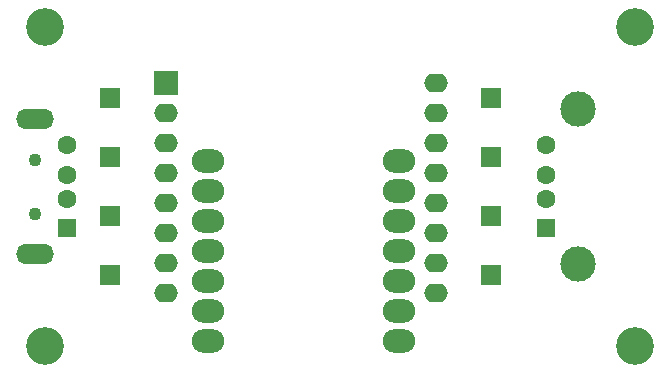
<source format=gbr>
%TF.GenerationSoftware,KiCad,Pcbnew,7.0.5-7.0.5~ubuntu22.04.1*%
%TF.CreationDate,2023-06-17T08:47:51-06:00*%
%TF.ProjectId,smart-usb,736d6172-742d-4757-9362-2e6b69636164,rev?*%
%TF.SameCoordinates,Original*%
%TF.FileFunction,Soldermask,Bot*%
%TF.FilePolarity,Negative*%
%FSLAX46Y46*%
G04 Gerber Fmt 4.6, Leading zero omitted, Abs format (unit mm)*
G04 Created by KiCad (PCBNEW 7.0.5-7.0.5~ubuntu22.04.1) date 2023-06-17 08:47:51*
%MOMM*%
%LPD*%
G01*
G04 APERTURE LIST*
%ADD10R,1.700000X1.700000*%
%ADD11O,2.748280X1.998980*%
%ADD12R,1.500000X1.600000*%
%ADD13C,1.600000*%
%ADD14C,3.000000*%
%ADD15C,3.200000*%
%ADD16C,1.100000*%
%ADD17O,3.200000X1.700000*%
%ADD18R,2.000000X2.000000*%
%ADD19O,2.000000X1.600000*%
G04 APERTURE END LIST*
D10*
%TO.C,J10*%
X158000000Y-55000000D03*
%TD*%
D11*
%TO.C,U1*%
X150250000Y-75567820D03*
X150250000Y-73027820D03*
X150250000Y-70487820D03*
X150250000Y-67947820D03*
X150250000Y-65407820D03*
X150250000Y-62867820D03*
X150250000Y-60327820D03*
X134085440Y-60327820D03*
X134085440Y-62867820D03*
X134085440Y-65407820D03*
X134085440Y-67947820D03*
X134085440Y-70487820D03*
X134085440Y-73027820D03*
X134085440Y-75567820D03*
%TD*%
D10*
%TO.C,J4*%
X125750000Y-65000000D03*
%TD*%
%TO.C,J8*%
X158000000Y-65000000D03*
%TD*%
D12*
%TO.C,J2*%
X162640000Y-66000000D03*
D13*
X162640000Y-63500000D03*
X162640000Y-61500000D03*
X162640000Y-59000000D03*
D14*
X165350000Y-69070000D03*
X165350000Y-55930000D03*
%TD*%
D10*
%TO.C,J6*%
X125750000Y-55000000D03*
%TD*%
D15*
%TO.C,H4*%
X170250000Y-76000000D03*
%TD*%
D10*
%TO.C,J7*%
X158000000Y-70000000D03*
%TD*%
%TO.C,J3*%
X125750000Y-70000000D03*
%TD*%
D15*
%TO.C,H1*%
X120250000Y-49000000D03*
%TD*%
D16*
%TO.C,J1*%
X119400000Y-64800000D03*
X119400000Y-60200000D03*
D12*
X122150000Y-66000000D03*
D13*
X122150000Y-63500000D03*
X122150000Y-61500000D03*
X122150000Y-59000000D03*
D17*
X119400000Y-68200000D03*
X119400000Y-56800000D03*
%TD*%
D15*
%TO.C,H3*%
X170250000Y-49000000D03*
%TD*%
D10*
%TO.C,J9*%
X158000000Y-60000000D03*
%TD*%
D15*
%TO.C,H2*%
X120250000Y-76000000D03*
%TD*%
D18*
%TO.C,U3*%
X130473120Y-53720000D03*
D19*
X130473120Y-56260000D03*
X130473120Y-58800000D03*
X130473120Y-61340000D03*
X130473120Y-63880000D03*
X130473120Y-66420000D03*
X130473120Y-68960000D03*
X130473120Y-71500000D03*
X153333120Y-71500000D03*
X153333120Y-68960000D03*
X153333120Y-66420000D03*
X153333120Y-63880000D03*
X153333120Y-61340000D03*
X153333120Y-58800000D03*
X153333120Y-56260000D03*
X153333120Y-53720000D03*
%TD*%
D10*
%TO.C,J5*%
X125750000Y-60000000D03*
%TD*%
M02*

</source>
